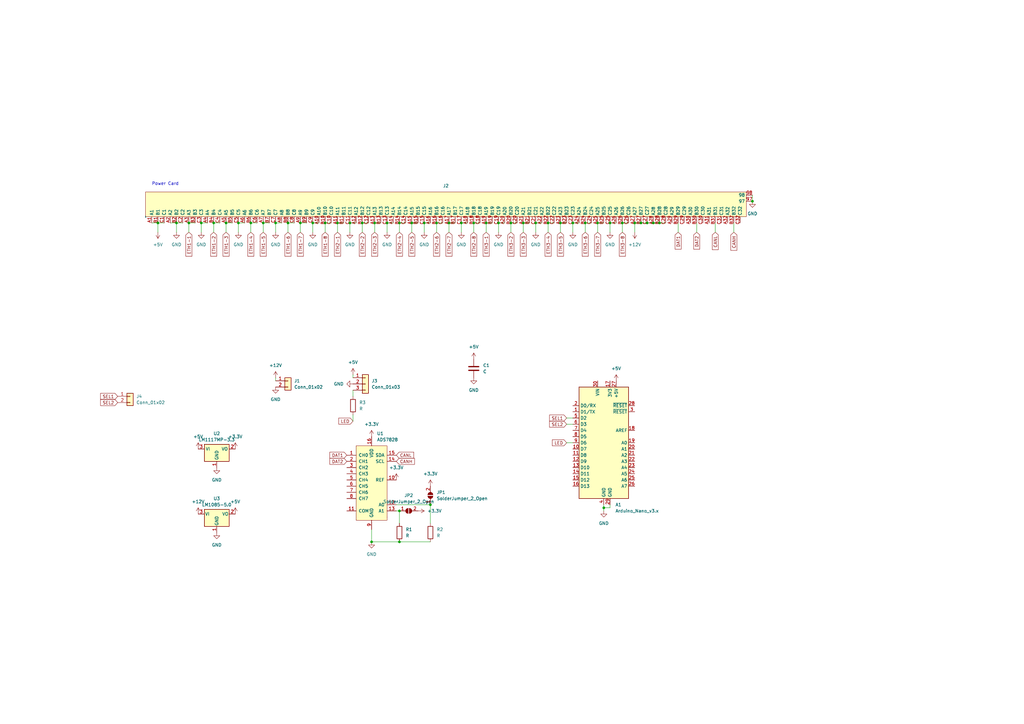
<source format=kicad_sch>
(kicad_sch (version 20230121) (generator eeschema)
  (paper "A3")
  (title_block (title "Thruster Control Card") (company "Robatics @ Maryland") (comment 1 "Andrew Schaefer"))
  (lib_symbols
    (symbol "650470_1"
      (property "Reference" "J1" (at 12.7 -123.19 90))
      (property "Value" "~" (at 0 0 0))
      (symbol "650470_1_1_1"
        (rectangle (start 0 0) (end 10.16 -246.38) (fill (type background)))
        (pin passive line (at 6.35 -248.92 90) (length 2.54) (name "97") (number "97"))
        (pin passive line (at 8.89 -248.92 90) (length 2.54) (name "98") (number "98"))
        (pin passive line (at -2.54 -2.54 0) (length 2.54) (name "A1") (number "A1"))
        (pin passive line (at -2.54 -71.12 0) (length 2.54) (name "A10") (number "A10"))
        (pin passive line (at -2.54 -78.74 0) (length 2.54) (name "A11") (number "A11"))
        (pin passive line (at -2.54 -86.36 0) (length 2.54) (name "A12") (number "A12"))
        (pin passive line (at -2.54 -93.98 0) (length 2.54) (name "A13") (number "A13"))
        (pin passive line (at -2.54 -101.6 0) (length 2.54) (name "A14") (number "A14"))
        (pin passive line (at -2.54 -109.22 0) (length 2.54) (name "A15") (number "A15"))
        (pin passive line (at -2.54 -116.84 0) (length 2.54) (name "A16") (number "A16"))
        (pin passive line (at -2.54 -124.46 0) (length 2.54) (name "A17") (number "A17"))
        (pin passive line (at -2.54 -132.08 0) (length 2.54) (name "A18") (number "A18"))
        (pin passive line (at -2.54 -139.7 0) (length 2.54) (name "A19") (number "A19"))
        (pin passive line (at -2.54 -10.16 0) (length 2.54) (name "A2") (number "A2"))
        (pin passive line (at -2.54 -147.32 0) (length 2.54) (name "A20") (number "A20"))
        (pin passive line (at -2.54 -154.94 0) (length 2.54) (name "A21") (number "A21"))
        (pin passive line (at -2.54 -162.56 0) (length 2.54) (name "A22") (number "A22"))
        (pin passive line (at -2.54 -170.18 0) (length 2.54) (name "A23") (number "A23"))
        (pin passive line (at -2.54 -177.8 0) (length 2.54) (name "A24") (number "A24"))
        (pin passive line (at -2.54 -185.42 0) (length 2.54) (name "A25") (number "A25"))
        (pin passive line (at -2.54 -193.04 0) (length 2.54) (name "A26") (number "A26"))
        (pin passive line (at -2.54 -200.66 0) (length 2.54) (name "A27") (number "A27"))
        (pin passive line (at -2.54 -208.28 0) (length 2.54) (name "A28") (number "A28"))
        (pin passive line (at -2.54 -215.9 0) (length 2.54) (name "A29") (number "A29"))
        (pin passive line (at -2.54 -17.78 0) (length 2.54) (name "A3") (number "A3"))
        (pin passive line (at -2.54 -223.52 0) (length 2.54) (name "A30") (number "A30"))
        (pin passive line (at -2.54 -231.14 0) (length 2.54) (name "A31") (number "A31"))
        (pin passive line (at -2.54 -238.76 0) (length 2.54) (name "A32") (number "A32"))
        (pin passive line (at -2.54 -25.4 0) (length 2.54) (name "A4") (number "A4"))
        (pin passive line (at -2.54 -33.02 0) (length 2.54) (name "A5") (number "A5"))
        (pin passive line (at -2.54 -40.64 0) (length 2.54) (name "A6") (number "A6"))
        (pin passive line (at -2.54 -48.26 0) (length 2.54) (name "A7") (number "A7"))
        (pin passive line (at -2.54 -55.88 0) (length 2.54) (name "A8") (number "A8"))
        (pin passive line (at -2.54 -63.5 0) (length 2.54) (name "A9") (number "A9"))
        (pin passive line (at -2.54 -5.08 0) (length 2.54) (name "B1") (number "B1"))
        (pin passive line (at -2.54 -73.66 0) (length 2.54) (name "B10") (number "B10"))
        (pin passive line (at -2.54 -81.28 0) (length 2.54) (name "B11") (number "B11"))
        (pin passive line (at -2.54 -88.9 0) (length 2.54) (name "B12") (number "B12"))
        (pin passive line (at -2.54 -96.52 0) (length 2.54) (name "B13") (number "B13"))
        (pin passive line (at -2.54 -104.14 0) (length 2.54) (name "B14") (number "B14"))
        (pin passive line (at -2.54 -111.76 0) (length 2.54) (name "B15") (number "B15"))
        (pin passive line (at -2.54 -119.38 0) (length 2.54) (name "B16") (number "B16"))
        (pin passive line (at -2.54 -127 0) (length 2.54) (name "B17") (number "B17"))
        (pin passive line (at -2.54 -134.62 0) (length 2.54) (name "B18") (number "B18"))
        (pin passive line (at -2.54 -142.24 0) (length 2.54) (name "B19") (number "B19"))
        (pin passive line (at -2.54 -12.7 0) (length 2.54) (name "B2") (number "B2"))
        (pin passive line (at -2.54 -149.86 0) (length 2.54) (name "B20") (number "B20"))
        (pin passive line (at -2.54 -157.48 0) (length 2.54) (name "B21") (number "B21"))
        (pin passive line (at -2.54 -165.1 0) (length 2.54) (name "B22") (number "B22"))
        (pin passive line (at -2.54 -172.72 0) (length 2.54) (name "B23") (number "B23"))
        (pin passive line (at -2.54 -180.34 0) (length 2.54) (name "B24") (number "B24"))
        (pin passive line (at -2.54 -187.96 0) (length 2.54) (name "B25") (number "B25"))
        (pin passive line (at -2.54 -195.58 0) (length 2.54) (name "B26") (number "B26"))
        (pin passive line (at -2.54 -203.2 0) (length 2.54) (name "B27") (number "B27"))
        (pin passive line (at -2.54 -210.82 0) (length 2.54) (name "B28") (number "B28"))
        (pin passive line (at -2.54 -218.44 0) (length 2.54) (name "B29") (number "B29"))
        (pin passive line (at -2.54 -20.32 0) (length 2.54) (name "B3") (number "B3"))
        (pin passive line (at -2.54 -226.06 0) (length 2.54) (name "B30") (number "B30"))
        (pin passive line (at -2.54 -233.68 0) (length 2.54) (name "B31") (number "B31"))
        (pin passive line (at -2.54 -241.3 0) (length 2.54) (name "B32") (number "B32"))
        (pin passive line (at -2.54 -27.94 0) (length 2.54) (name "B4") (number "B4"))
        (pin passive line (at -2.54 -35.56 0) (length 2.54) (name "B5") (number "B5"))
        (pin passive line (at -2.54 -43.18 0) (length 2.54) (name "B6") (number "B6"))
        (pin passive line (at -2.54 -50.8 0) (length 2.54) (name "B7") (number "B7"))
        (pin passive line (at -2.54 -58.42 0) (length 2.54) (name "B8") (number "B8"))
        (pin passive line (at -2.54 -66.04 0) (length 2.54) (name "B9") (number "B9"))
        (pin passive line (at -2.54 -7.62 0) (length 2.54) (name "C1") (number "C1"))
        (pin passive line (at -2.54 -76.2 0) (length 2.54) (name "C10") (number "C10"))
        (pin passive line (at -2.54 -83.82 0) (length 2.54) (name "C11") (number "C11"))
        (pin passive line (at -2.54 -91.44 0) (length 2.54) (name "C12") (number "C12"))
        (pin passive line (at -2.54 -99.06 0) (length 2.54) (name "C13") (number "C13"))
        (pin passive line (at -2.54 -106.68 0) (length 2.54) (name "C14") (number "C14"))
        (pin passive line (at -2.54 -114.3 0) (length 2.54) (name "C15") (number "C15"))
        (pin passive line (at -2.54 -121.92 0) (length 2.54) (name "C16") (number "C16"))
        (pin passive line (at -2.54 -129.54 0) (length 2.54) (name "C17") (number "C17"))
        (pin passive line (at -2.54 -137.16 0) (length 2.54) (name "C18") (number "C18"))
        (pin passive line (at -2.54 -144.78 0) (length 2.54) (name "C19") (number "C19"))
        (pin passive line (at -2.54 -15.24 0) (length 2.54) (name "C2") (number "C2"))
        (pin passive line (at -2.54 -152.4 0) (length 2.54) (name "C20") (number "C20"))
        (pin passive line (at -2.54 -160.02 0) (length 2.54) (name "C21") (number "C21"))
        (pin passive line (at -2.54 -167.64 0) (length 2.54) (name "C22") (number "C22"))
        (pin passive line (at -2.54 -175.26 0) (length 2.54) (name "C23") (number "C23"))
        (pin passive line (at -2.54 -182.88 0) (length 2.54) (name "C24") (number "C24"))
        (pin passive line (at -2.54 -190.5 0) (length 2.54) (name "C25") (number "C25"))
        (pin passive line (at -2.54 -198.12 0) (length 2.54) (name "C26") (number "C26"))
        (pin passive line (at -2.54 -205.74 0) (length 2.54) (name "C27") (number "C27"))
        (pin passive line (at -2.54 -213.36 0) (length 2.54) (name "C28") (number "C28"))
        (pin passive line (at -2.54 -220.98 0) (length 2.54) (name "C29") (number "C29"))
        (pin passive line (at -2.54 -22.86 0) (length 2.54) (name "C3") (number "C3"))
        (pin passive line (at -2.54 -228.6 0) (length 2.54) (name "C30") (number "C30"))
        (pin passive line (at -2.54 -236.22 0) (length 2.54) (name "C31") (number "C31"))
        (pin passive line (at -2.54 -243.84 0) (length 2.54) (name "C32") (number "C32"))
        (pin passive line (at -2.54 -30.48 0) (length 2.54) (name "C4") (number "C4"))
        (pin passive line (at -2.54 -38.1 0) (length 2.54) (name "C5") (number "C5"))
        (pin passive line (at -2.54 -45.72 0) (length 2.54) (name "C6") (number "C6"))
        (pin passive line (at -2.54 -53.34 0) (length 2.54) (name "C7") (number "C7"))
        (pin passive line (at -2.54 -60.96 0) (length 2.54) (name "C8") (number "C8"))
        (pin passive line (at -2.54 -68.58 0) (length 2.54) (name "C9") (number "C9"))
      )
    )
    (symbol "Analog_ADC:ADS7828" (pin_names (offset 1.016))
      (property "Reference" "U" (at -5.08 15.24 0))
      (property "Value" "ADS7828" (at 5.08 15.24 0))
      (symbol "ADS7828_0_1"
        (rectangle (start -6.35 13.97) (end 6.35 -16.51) (fill (type background)))
        (rectangle (start 6.35 -15.24) (end 6.35 -15.24))
      )
      (symbol "ADS7828_1_1"
        (pin input line (at -10.16 10.16 0) (length 3.81) (name "CH0") (number "1"))
        (pin bidirectional line (at 10.16 0 180) (length 3.81) (name "REF") (number "10"))
        (pin input line (at -10.16 -12.7 0) (length 3.81) (name "COM") (number "11"))
        (pin input line (at 10.16 -10.16 180) (length 3.81) (name "A0") (number "12"))
        (pin input line (at 10.16 -12.7 180) (length 3.81) (name "A1") (number "13"))
        (pin input line (at 10.16 7.62 180) (length 3.81) (name "SCL") (number "14"))
        (pin bidirectional line (at 10.16 10.16 180) (length 3.81) (name "SDA") (number "15"))
        (pin power_in line (at 0 17.78 270) (length 3.81) (name "VDD") (number "16"))
        (pin input line (at -10.16 7.62 0) (length 3.81) (name "CH1") (number "2"))
        (pin input line (at -10.16 5.08 0) (length 3.81) (name "CH2") (number "3"))
        (pin input line (at -10.16 2.54 0) (length 3.81) (name "CH3") (number "4"))
        (pin input line (at -10.16 0 0) (length 3.81) (name "CH4") (number "5"))
        (pin input line (at -10.16 -2.54 0) (length 3.81) (name "CH5") (number "6"))
        (pin input line (at -10.16 -5.08 0) (length 3.81) (name "CH6") (number "7"))
        (pin input line (at -10.16 -7.62 0) (length 3.81) (name "CH7") (number "8"))
        (pin power_in line (at 0 -20.32 90) (length 3.81) (name "GND") (number "9"))
      )
    )
    (symbol "Connector_Generic:Conn_01x02" (pin_names (offset 1.016) hide)
      (property "Reference" "J" (at 0 2.54 0))
      (property "Value" "Conn_01x02" (at 0 -5.08 0))
      (symbol "Conn_01x02_1_1"
        (rectangle (start -1.27 -2.413) (end 0 -2.667) (stroke (width 0.1524)))
        (rectangle (start -1.27 0.127) (end 0 -0.127) (stroke (width 0.1524)))
        (rectangle (start -1.27 1.27) (end 1.27 -3.81) (stroke (width 0.254)) (fill (type background)))
        (pin passive line (at -5.08 0 0) (length 3.81) (name "Pin_1") (number "1"))
        (pin passive line (at -5.08 -2.54 0) (length 3.81) (name "Pin_2") (number "2"))
      )
    )
    (symbol "Connector_Generic:Conn_01x03" (pin_names (offset 1.016) hide)
      (property "Reference" "J" (at 0 5.08 0))
      (property "Value" "Conn_01x03" (at 0 -5.08 0))
      (symbol "Conn_01x03_1_1"
        (rectangle (start -1.27 -2.413) (end 0 -2.667) (stroke (width 0.1524)))
        (rectangle (start -1.27 0.127) (end 0 -0.127) (stroke (width 0.1524)))
        (rectangle (start -1.27 2.667) (end 0 2.413) (stroke (width 0.1524)))
        (rectangle (start -1.27 3.81) (end 1.27 -3.81) (stroke (width 0.254)) (fill (type background)))
        (pin passive line (at -5.08 2.54 0) (length 3.81) (name "Pin_1") (number "1"))
        (pin passive line (at -5.08 0 0) (length 3.81) (name "Pin_2") (number "2"))
        (pin passive line (at -5.08 -2.54 0) (length 3.81) (name "Pin_3") (number "3"))
      )
    )
    (symbol "Device:C" (pin_numbers hide) (pin_names (offset 0.254))
      (property "Reference" "C" (at 0.635 2.54 0))
      (property "Value" "C" (at 0.635 -2.54 0))
      (symbol "C_0_1"
        (polyline (pts (xy -2.032 -0.762) (xy 2.032 -0.762)) (stroke (width 0.508)))
        (polyline (pts (xy -2.032 0.762) (xy 2.032 0.762)) (stroke (width 0.508)))
      )
      (symbol "C_1_1"
        (pin passive line (at 0 3.81 270) (length 2.794) (name "~") (number "1"))
        (pin passive line (at 0 -3.81 90) (length 2.794) (name "~") (number "2"))
      )
    )
    (symbol "Device:R" (pin_numbers hide) (pin_names (offset 0))
      (property "Reference" "R" (at 2.032 0 90))
      (property "Value" "R" (at 0 0 90))
      (symbol "R_0_1"
        (rectangle (start -1.016 -2.54) (end 1.016 2.54) (stroke (width 0.254)))
      )
      (symbol "R_1_1"
        (pin passive line (at 0 3.81 270) (length 1.27) (name "~") (number "1"))
        (pin passive line (at 0 -3.81 90) (length 1.27) (name "~") (number "2"))
      )
    )
    (symbol "Jumper:SolderJumper_2_Open" (pin_names (offset 0) hide)
      (property "Reference" "JP" (at 0 2.032 0))
      (property "Value" "SolderJumper_2_Open" (at 0 -2.54 0))
      (symbol "SolderJumper_2_Open_0_1"
        (arc (start -0.254 1.016) (mid -1.2656 0) (end -0.254 -1.016))
        (arc (start -0.254 1.016) (mid -1.2656 0) (end -0.254 -1.016) (fill (type outline)))
        (polyline (pts (xy -0.254 1.016) (xy -0.254 -1.016)))
        (polyline (pts (xy 0.254 1.016) (xy 0.254 -1.016)))
        (arc (start 0.254 -1.016) (mid 1.2656 0) (end 0.254 1.016))
        (arc (start 0.254 -1.016) (mid 1.2656 0) (end 0.254 1.016) (fill (type outline)))
      )
      (symbol "SolderJumper_2_Open_1_1"
        (pin passive line (at -3.81 0 0) (length 2.54) (name "A") (number "1"))
        (pin passive line (at 3.81 0 180) (length 2.54) (name "B") (number "2"))
      )
    )
    (symbol "MCU_Module:Arduino_Nano_v3.x"
      (property "Reference" "A" (at -10.16 23.495 0))
      (property "Value" "Arduino_Nano_v3.x" (at 5.08 -24.13 0))
      (symbol "Arduino_Nano_v3.x_0_1"
        (rectangle (start -10.16 22.86) (end 10.16 -22.86) (stroke (width 0.254)) (fill (type background)))
      )
      (symbol "Arduino_Nano_v3.x_1_1"
        (pin bidirectional line (at -12.7 12.7 0) (length 2.54) (name "D1/TX") (number "1"))
        (pin bidirectional line (at -12.7 -2.54 0) (length 2.54) (name "D7") (number "10"))
        (pin bidirectional line (at -12.7 -5.08 0) (length 2.54) (name "D8") (number "11"))
        (pin bidirectional line (at -12.7 -7.62 0) (length 2.54) (name "D9") (number "12"))
        (pin bidirectional line (at -12.7 -10.16 0) (length 2.54) (name "D10") (number "13"))
        (pin bidirectional line (at -12.7 -12.7 0) (length 2.54) (name "D11") (number "14"))
        (pin bidirectional line (at -12.7 -15.24 0) (length 2.54) (name "D12") (number "15"))
        (pin bidirectional line (at -12.7 -17.78 0) (length 2.54) (name "D13") (number "16"))
        (pin power_out line (at 2.54 25.4 270) (length 2.54) (name "3V3") (number "17"))
        (pin input line (at 12.7 5.08 180) (length 2.54) (name "AREF") (number "18"))
        (pin bidirectional line (at 12.7 0 180) (length 2.54) (name "A0") (number "19"))
        (pin bidirectional line (at -12.7 15.24 0) (length 2.54) (name "D0/RX") (number "2"))
        (pin bidirectional line (at 12.7 -2.54 180) (length 2.54) (name "A1") (number "20"))
        (pin bidirectional line (at 12.7 -5.08 180) (length 2.54) (name "A2") (number "21"))
        (pin bidirectional line (at 12.7 -7.62 180) (length 2.54) (name "A3") (number "22"))
        (pin bidirectional line (at 12.7 -10.16 180) (length 2.54) (name "A4") (number "23"))
        (pin bidirectional line (at 12.7 -12.7 180) (length 2.54) (name "A5") (number "24"))
        (pin bidirectional line (at 12.7 -15.24 180) (length 2.54) (name "A6") (number "25"))
        (pin bidirectional line (at 12.7 -17.78 180) (length 2.54) (name "A7") (number "26"))
        (pin power_out line (at 5.08 25.4 270) (length 2.54) (name "+5V") (number "27"))
        (pin input line (at 12.7 15.24 180) (length 2.54) (name "~{RESET}") (number "28"))
        (pin power_in line (at 2.54 -25.4 90) (length 2.54) (name "GND") (number "29"))
        (pin input line (at 12.7 12.7 180) (length 2.54) (name "~{RESET}") (number "3"))
        (pin power_in line (at -2.54 25.4 270) (length 2.54) (name "VIN") (number "30"))
        (pin power_in line (at 0 -25.4 90) (length 2.54) (name "GND") (number "4"))
        (pin bidirectional line (at -12.7 10.16 0) (length 2.54) (name "D2") (number "5"))
        (pin bidirectional line (at -12.7 7.62 0) (length 2.54) (name "D3") (number "6"))
        (pin bidirectional line (at -12.7 5.08 0) (length 2.54) (name "D4") (number "7"))
        (pin bidirectional line (at -12.7 2.54 0) (length 2.54) (name "D5") (number "8"))
        (pin bidirectional line (at -12.7 0 0) (length 2.54) (name "D6") (number "9"))
      )
    )
    (symbol "Regulator_Linear:LM1085-5.0" (pin_names (offset 0.254))
      (property "Reference" "U" (at -3.81 3.175 0))
      (property "Value" "LM1085-5.0" (at 0 3.175 0))
      (symbol "LM1085-5.0_0_1"
        (rectangle (start -5.08 1.905) (end 5.08 -5.08) (stroke (width 0.254)) (fill (type background)))
      )
      (symbol "LM1085-5.0_1_1"
        (pin power_in line (at 0 -7.62 90) (length 2.54) (name "GND") (number "1"))
        (pin power_out line (at 7.62 0 180) (length 2.54) (name "VO") (number "2"))
        (pin power_in line (at -7.62 0 0) (length 2.54) (name "VI") (number "3"))
      )
    )
    (symbol "Regulator_Linear:LM1117MP-3.3"
      (property "Reference" "U" (at -3.81 3.175 0))
      (property "Value" "LM1117MP-3.3" (at 0 3.175 0))
      (symbol "LM1117MP-3.3_0_1"
        (rectangle (start -5.08 -5.08) (end 5.08 1.905) (stroke (width 0.254)) (fill (type background)))
      )
      (symbol "LM1117MP-3.3_1_1"
        (pin power_in line (at 0 -7.62 90) (length 2.54) (name "GND") (number "1"))
        (pin power_out line (at 7.62 0 180) (length 2.54) (name "VO") (number "2"))
        (pin power_in line (at -7.62 0 0) (length 2.54) (name "VI") (number "3"))
      )
    )
    (symbol "power:+12V" (power) (pin_names (offset 0))
      (property "Value" "+12V" (at 0 3.556 0))
      (symbol "+12V_0_1"
        (polyline (pts (xy -0.762 1.27) (xy 0 2.54)))
        (polyline (pts (xy 0 0) (xy 0 2.54)))
        (polyline (pts (xy 0 2.54) (xy 0.762 1.27)))
      )
      (symbol "+12V_1_1"
        (pin power_in line (at 0 0 90) (length 0) hide (name "+12V") (number "1"))
      )
    )
    (symbol "power:+3.3V" (power) (pin_names (offset 0))
      (property "Value" "+3.3V" (at 0 3.556 0))
      (symbol "+3.3V_0_1"
        (polyline (pts (xy -0.762 1.27) (xy 0 2.54)))
        (polyline (pts (xy 0 0) (xy 0 2.54)))
        (polyline (pts (xy 0 2.54) (xy 0.762 1.27)))
      )
      (symbol "+3.3V_1_1"
        (pin power_in line (at 0 0 90) (length 0) hide (name "+3.3V") (number "1"))
      )
    )
    (symbol "power:+5V" (power) (pin_names (offset 0))
      (property "Value" "+5V" (at 0 3.556 0))
      (symbol "+5V_0_1"
        (polyline (pts (xy -0.762 1.27) (xy 0 2.54)))
        (polyline (pts (xy 0 0) (xy 0 2.54)))
        (polyline (pts (xy 0 2.54) (xy 0.762 1.27)))
      )
      (symbol "+5V_1_1"
        (pin power_in line (at 0 0 90) (length 0) hide (name "+5V") (number "1"))
      )
    )
    (symbol "power:GND" (power) (pin_names (offset 0))
      (property "Value" "GND" (at 0 -3.81 0))
      (symbol "GND_0_1"
        (polyline (pts (xy 0 0) (xy 0 -1.27) (xy 1.27 -1.27) (xy 0 -2.54) (xy -1.27 -1.27) (xy 0 -1.27)))
      )
      (symbol "GND_1_1"
        (pin power_in line (at 0 0 270) (length 0) hide (name "GND") (number "1"))
      )
    )
  )
  (junction (at 189.23 91.44))
  (junction (at 184.15 91.44))
  (junction (at 148.59 91.44))
  (junction (at 107.95 91.44))
  (junction (at 199.39 91.44))
  (junction (at 168.91 91.44))
  (junction (at 123.19 91.44))
  (junction (at 204.47 91.44))
  (junction (at 152.4 222.25))
  (junction (at 97.79 91.44))
  (junction (at 209.55 91.44))
  (junction (at 133.35 91.44))
  (junction (at 240.03 91.44))
  (junction (at 250.19 91.44))
  (junction (at 234.95 91.44))
  (junction (at 77.47 91.44))
  (junction (at 179.07 91.44))
  (junction (at 219.71 91.44))
  (junction (at 64.77 91.44))
  (junction (at 260.35 91.44))
  (junction (at 118.11 91.44))
  (junction (at 82.55 91.44))
  (junction (at 158.75 91.44))
  (junction (at 102.87 91.44))
  (junction (at 72.39 91.44))
  (junction (at 163.83 222.25))
  (junction (at 163.83 209.55))
  (junction (at 214.63 91.44))
  (junction (at 270.51 91.44))
  (junction (at 262.89 91.44))
  (junction (at 229.87 91.44))
  (junction (at 194.31 91.44))
  (junction (at 265.43 91.44))
  (junction (at 128.27 91.44))
  (junction (at 267.97 91.44))
  (junction (at 247.65 208.28))
  (junction (at 87.63 91.44))
  (junction (at 255.27 91.44))
  (junction (at 224.79 91.44))
  (junction (at 153.67 91.44))
  (junction (at 163.83 91.44))
  (junction (at 176.53 207.01))
  (junction (at 113.03 91.44))
  (junction (at 138.43 91.44))
  (junction (at 245.11 91.44))
  (junction (at 308.61 82.55))
  (junction (at 92.71 91.44))
  (junction (at 173.99 91.44))
  (junction (at 143.51 91.44))
  (wire (pts (xy 128.27 91.44) (xy 130.81 91.44)))
  (wire (pts (xy 77.47 91.44) (xy 80.01 91.44)))
  (wire (pts (xy 204.47 91.44) (xy 204.47 95.25)))
  (wire (pts (xy 152.4 217.17) (xy 152.4 222.25)))
  (wire (pts (xy 87.63 91.44) (xy 87.63 95.25)))
  (wire (pts (xy 82.55 91.44) (xy 85.09 91.44)))
  (wire (pts (xy 62.23 91.44) (xy 64.77 91.44)))
  (wire (pts (xy 176.53 207.01) (xy 176.53 214.63)))
  (wire (pts (xy 148.59 91.44) (xy 148.59 95.25)))
  (wire (pts (xy 128.27 91.44) (xy 128.27 95.25)))
  (wire (pts (xy 293.37 91.44) (xy 293.37 95.25)))
  (wire (pts (xy 97.79 91.44) (xy 97.79 95.25)))
  (wire (pts (xy 97.79 91.44) (xy 100.33 91.44)))
  (wire (pts (xy 107.95 91.44) (xy 110.49 91.44)))
  (wire (pts (xy 143.51 91.44) (xy 143.51 95.25)))
  (wire (pts (xy 148.59 91.44) (xy 151.13 91.44)))
  (wire (pts (xy 118.11 91.44) (xy 118.11 95.25)))
  (wire (pts (xy 87.63 91.44) (xy 90.17 91.44)))
  (wire (pts (xy 255.27 91.44) (xy 257.81 91.44)))
  (wire (pts (xy 245.11 91.44) (xy 247.65 91.44)))
  (wire (pts (xy 163.83 209.55) (xy 163.83 214.63)))
  (wire (pts (xy 107.95 91.44) (xy 107.95 95.25)))
  (wire (pts (xy 113.03 91.44) (xy 115.57 91.44)))
  (wire (pts (xy 209.55 91.44) (xy 212.09 91.44)))
  (wire (pts (xy 163.83 91.44) (xy 163.83 95.25)))
  (wire (pts (xy 102.87 91.44) (xy 105.41 91.44)))
  (wire (pts (xy 144.78 153.67) (xy 144.78 154.94)))
  (wire (pts (xy 260.35 91.44) (xy 262.89 91.44)))
  (wire (pts (xy 179.07 91.44) (xy 181.61 91.44)))
  (wire (pts (xy 133.35 91.44) (xy 133.35 95.25)))
  (wire (pts (xy 189.23 91.44) (xy 191.77 91.44)))
  (wire (pts (xy 102.87 91.44) (xy 102.87 95.25)))
  (wire (pts (xy 123.19 91.44) (xy 125.73 91.44)))
  (wire (pts (xy 229.87 91.44) (xy 232.41 91.44)))
  (wire (pts (xy 72.39 91.44) (xy 74.93 91.44)))
  (wire (pts (xy 250.19 91.44) (xy 250.19 95.25)))
  (wire (pts (xy 92.71 91.44) (xy 95.25 91.44)))
  (wire (pts (xy 240.03 91.44) (xy 242.57 91.44)))
  (wire (pts (xy 232.41 171.45) (xy 234.95 171.45)))
  (wire (pts (xy 308.61 80.01) (xy 308.61 82.55)))
  (wire (pts (xy 232.41 181.61) (xy 234.95 181.61)))
  (wire (pts (xy 144.78 170.18) (xy 144.78 172.72)))
  (wire (pts (xy 64.77 91.44) (xy 67.31 91.44)))
  (wire (pts (xy 267.97 91.44) (xy 270.51 91.44)))
  (wire (pts (xy 214.63 91.44) (xy 217.17 91.44)))
  (wire (pts (xy 300.99 91.44) (xy 300.99 95.25)))
  (wire (pts (xy 144.78 160.02) (xy 144.78 162.56)))
  (wire (pts (xy 234.95 91.44) (xy 237.49 91.44)))
  (wire (pts (xy 214.63 91.44) (xy 214.63 95.25)))
  (wire (pts (xy 133.35 91.44) (xy 135.89 91.44)))
  (wire (pts (xy 138.43 91.44) (xy 138.43 95.25)))
  (wire (pts (xy 173.99 91.44) (xy 173.99 95.25)))
  (wire (pts (xy 194.31 91.44) (xy 196.85 91.44)))
  (wire (pts (xy 229.87 91.44) (xy 229.87 95.25)))
  (wire (pts (xy 162.56 207.01) (xy 176.53 207.01)))
  (wire (pts (xy 152.4 222.25) (xy 163.83 222.25)))
  (wire (pts (xy 265.43 91.44) (xy 267.97 91.44)))
  (wire (pts (xy 232.41 173.99) (xy 234.95 173.99)))
  (wire (pts (xy 179.07 91.44) (xy 179.07 95.25)))
  (wire (pts (xy 113.03 91.44) (xy 113.03 95.25)))
  (wire (pts (xy 245.11 91.44) (xy 245.11 95.25)))
  (wire (pts (xy 247.65 207.01) (xy 247.65 208.28)))
  (wire (pts (xy 168.91 91.44) (xy 168.91 95.25)))
  (wire (pts (xy 69.85 91.44) (xy 72.39 91.44)))
  (wire (pts (xy 285.75 91.44) (xy 285.75 95.25)))
  (wire (pts (xy 199.39 91.44) (xy 201.93 91.44)))
  (wire (pts (xy 64.77 91.44) (xy 64.77 95.25)))
  (wire (pts (xy 118.11 91.44) (xy 120.65 91.44)))
  (wire (pts (xy 262.89 91.44) (xy 265.43 91.44)))
  (wire (pts (xy 270.51 91.44) (xy 273.05 91.44)))
  (wire (pts (xy 82.55 91.44) (xy 82.55 95.25)))
  (wire (pts (xy 113.03 154.94) (xy 113.03 156.21)))
  (wire (pts (xy 153.67 91.44) (xy 153.67 95.25)))
  (wire (pts (xy 250.19 91.44) (xy 252.73 91.44)))
  (wire (pts (xy 224.79 91.44) (xy 224.79 95.25)))
  (wire (pts (xy 247.65 208.28) (xy 247.65 209.55)))
  (wire (pts (xy 184.15 91.44) (xy 184.15 95.25)))
  (wire (pts (xy 173.99 91.44) (xy 176.53 91.44)))
  (wire (pts (xy 153.67 91.44) (xy 156.21 91.44)))
  (wire (pts (xy 260.35 91.44) (xy 260.35 95.25)))
  (wire (pts (xy 163.83 91.44) (xy 166.37 91.44)))
  (wire (pts (xy 255.27 91.44) (xy 255.27 95.25)))
  (wire (pts (xy 199.39 91.44) (xy 199.39 95.25)))
  (wire (pts (xy 168.91 91.44) (xy 171.45 91.44)))
  (wire (pts (xy 278.13 91.44) (xy 278.13 95.25)))
  (wire (pts (xy 219.71 91.44) (xy 219.71 95.25)))
  (wire (pts (xy 194.31 91.44) (xy 194.31 95.25)))
  (wire (pts (xy 123.19 91.44) (xy 123.19 95.25)))
  (wire (pts (xy 209.55 91.44) (xy 209.55 95.25)))
  (wire (pts (xy 250.19 207.01) (xy 250.19 208.28)))
  (wire (pts (xy 77.47 91.44) (xy 77.47 95.25)))
  (wire (pts (xy 250.19 208.28) (xy 247.65 208.28)))
  (wire (pts (xy 240.03 91.44) (xy 240.03 95.25)))
  (wire (pts (xy 189.23 91.44) (xy 189.23 95.25)))
  (wire (pts (xy 72.39 91.44) (xy 72.39 95.25)))
  (wire (pts (xy 204.47 91.44) (xy 207.01 91.44)))
  (wire (pts (xy 143.51 91.44) (xy 146.05 91.44)))
  (wire (pts (xy 138.43 91.44) (xy 140.97 91.44)))
  (wire (pts (xy 158.75 91.44) (xy 158.75 95.25)))
  (wire (pts (xy 224.79 91.44) (xy 227.33 91.44)))
  (wire (pts (xy 184.15 91.44) (xy 186.69 91.44)))
  (wire (pts (xy 158.75 91.44) (xy 161.29 91.44)))
  (wire (pts (xy 163.83 222.25) (xy 176.53 222.25)))
  (wire (pts (xy 219.71 91.44) (xy 222.25 91.44)))
  (wire (pts (xy 234.95 91.44) (xy 234.95 95.25)))
  (wire (pts (xy 162.56 209.55) (xy 163.83 209.55)))
  (wire (pts (xy 92.71 91.44) (xy 92.71 95.25)))
  (text "Power Card" (at 62.23 76.2 0) (effects (font (size 1.27 1.27)) (justify left bottom)))
  (global_label "ETH2-3" (shape input) (at 153.67 95.25 270) (property "Intersheetrefs" "${INTERSHEET_REFS}" (effects hide)))
  (global_label "ETH1-2" (shape input) (at 87.63 95.25 270) (property "Intersheetrefs" "${INTERSHEET_REFS}" (effects hide)))
  (global_label "CANH" (shape input) (at 162.56 189.23 0) (property "Intersheetrefs" "${INTERSHEET_REFS}" (effects hide)))
  (global_label "SEL2" (shape input) (at 48.26 165.1 180) (property "Intersheetrefs" "${INTERSHEET_REFS}" (effects hide)))
  (global_label "ETH1-3" (shape input) (at 92.71 95.25 270) (property "Intersheetrefs" "${INTERSHEET_REFS}" (effects hide)))
  (global_label "ETH3-1" (shape input) (at 199.39 95.25 270) (property "Intersheetrefs" "${INTERSHEET_REFS}" (effects hide)))
  (global_label "DAT2" (shape input) (at 142.24 189.23 180) (property "Intersheetrefs" "${INTERSHEET_REFS}" (effects hide)))
  (global_label "ETH1-8" (shape input) (at 133.35 95.25 270) (property "Intersheetrefs" "${INTERSHEET_REFS}" (effects hide)))
  (global_label "ETH2-8" (shape input) (at 194.31 95.25 270) (property "Intersheetrefs" "${INTERSHEET_REFS}" (effects hide)))
  (global_label "ETH3-6" (shape input) (at 240.03 95.25 270) (property "Intersheetrefs" "${INTERSHEET_REFS}" (effects hide)))
  (global_label "ETH2-2" (shape input) (at 148.59 95.25 270) (property "Intersheetrefs" "${INTERSHEET_REFS}" (effects hide)))
  (global_label "ETH2-6" (shape input) (at 179.07 95.25 270) (property "Intersheetrefs" "${INTERSHEET_REFS}" (effects hide)))
  (global_label "ETH1-1" (shape input) (at 77.47 95.25 270) (property "Intersheetrefs" "${INTERSHEET_REFS}" (effects hide)))
  (global_label "ETH3-2" (shape input) (at 209.55 95.25 270) (property "Intersheetrefs" "${INTERSHEET_REFS}" (effects hide)))
  (global_label "ETH2-5" (shape input) (at 168.91 95.25 270) (property "Intersheetrefs" "${INTERSHEET_REFS}" (effects hide)))
  (global_label "ETH2-7" (shape input) (at 184.15 95.25 270) (property "Intersheetrefs" "${INTERSHEET_REFS}" (effects hide)))
  (global_label "ETH3-8" (shape input) (at 255.27 95.25 270) (property "Intersheetrefs" "${INTERSHEET_REFS}" (effects hide)))
  (global_label "CANH" (shape input) (at 300.99 95.25 270) (property "Intersheetrefs" "${INTERSHEET_REFS}" (effects hide)))
  (global_label "LED" (shape input) (at 232.41 181.61 180) (property "Intersheetrefs" "${INTERSHEET_REFS}" (effects hide)))
  (global_label "ETH3-4" (shape input) (at 224.79 95.25 270) (property "Intersheetrefs" "${INTERSHEET_REFS}" (effects hide)))
  (global_label "ETH2-1" (shape input) (at 138.43 95.25 270) (property "Intersheetrefs" "${INTERSHEET_REFS}" (effects hide)))
  (global_label "DAT1" (shape input) (at 142.24 186.69 180) (property "Intersheetrefs" "${INTERSHEET_REFS}" (effects hide)))
  (global_label "ETH3-3" (shape input) (at 214.63 95.25 270) (property "Intersheetrefs" "${INTERSHEET_REFS}" (effects hide)))
  (global_label "LED" (shape input) (at 144.78 172.72 180) (property "Intersheetrefs" "${INTERSHEET_REFS}" (effects hide)))
  (global_label "ETH3-5" (shape input) (at 229.87 95.25 270) (property "Intersheetrefs" "${INTERSHEET_REFS}" (effects hide)))
  (global_label "ETH1-4" (shape input) (at 102.87 95.25 270) (property "Intersheetrefs" "${INTERSHEET_REFS}" (effects hide)))
  (global_label "ETH1-6" (shape input) (at 118.11 95.25 270) (property "Intersheetrefs" "${INTERSHEET_REFS}" (effects hide)))
  (global_label "SEL2" (shape input) (at 232.41 173.99 180) (property "Intersheetrefs" "${INTERSHEET_REFS}" (effects hide)))
  (global_label "ETH2-4" (shape input) (at 163.83 95.25 270) (property "Intersheetrefs" "${INTERSHEET_REFS}" (effects hide)))
  (global_label "ETH1-5" (shape input) (at 107.95 95.25 270) (property "Intersheetrefs" "${INTERSHEET_REFS}" (effects hide)))
  (global_label "ETH1-7" (shape input) (at 123.19 95.25 270) (property "Intersheetrefs" "${INTERSHEET_REFS}" (effects hide)))
  (global_label "SEL1" (shape input) (at 48.26 162.56 180) (property "Intersheetrefs" "${INTERSHEET_REFS}" (effects hide)))
  (global_label "DAT2" (shape input) (at 285.75 95.25 270) (property "Intersheetrefs" "${INTERSHEET_REFS}" (effects hide)))
  (global_label "CANL" (shape input) (at 162.56 186.69 0) (property "Intersheetrefs" "${INTERSHEET_REFS}" (effects hide)))
  (global_label "ETH3-7" (shape input) (at 245.11 95.25 270) (property "Intersheetrefs" "${INTERSHEET_REFS}" (effects hide)))
  (global_label "SEL1" (shape input) (at 232.41 171.45 180) (property "Intersheetrefs" "${INTERSHEET_REFS}" (effects hide)))
  (global_label "CANL" (shape input) (at 293.37 95.25 270) (property "Intersheetrefs" "${INTERSHEET_REFS}" (effects hide)))
  (global_label "DAT1" (shape input) (at 278.13 95.25 270) (property "Intersheetrefs" "${INTERSHEET_REFS}" (effects hide)))
  (symbol (lib_id "power:+3.3V") (at 96.52 184.15 0) (unit 1)
    (property "Reference" "#PWR010" (effects hide))
    (property "Value" "+3.3V" (at 96.52 179.07 0))
  )
  (symbol (lib_id "power:GND") (at 88.9 218.44 0) (unit 1)
    (property "Reference" "#PWR024" (effects hide))
    (property "Value" "GND" (at 88.9 223.52 0))
  )
  (symbol (lib_id "power:+12V") (at 81.28 210.82 0) (unit 1)
    (property "Reference" "#PWR023" (effects hide))
    (property "Value" "+12V" (at 81.28 205.74 0))
  )
  (symbol (lib_id "Jumper:SolderJumper_2_Open") (at 167.64 209.55 0) (unit 1)
    (property "Reference" "JP2" (at 167.64 203.2 0))
    (property "Value" "SolderJumper_2_Open" (at 167.64 205.74 0))
    (property "Footprint" "Jumper:SolderJumper-2_P1.3mm_Open_TrianglePad1.0x1.5mm" (effects hide))
  )
  (symbol (lib_id "power:GND") (at 158.75 95.25 0) (unit 1)
    (property "Reference" "#PWR027" (effects hide))
    (property "Value" "GND" (at 158.75 100.33 0))
  )
  (symbol (lib_id "power:GND") (at 250.19 95.25 0) (unit 1)
    (property "Reference" "#PWR033" (effects hide))
    (property "Value" "GND" (at 250.19 100.33 0))
  )
  (symbol (lib_id "power:GND") (at 194.31 154.94 0) (unit 1)
    (property "Reference" "#PWR021" (effects hide))
    (property "Value" "GND" (at 194.31 160.02 0))
  )
  (symbol (lib_id "power:GND") (at 128.27 95.25 0) (unit 1)
    (property "Reference" "#PWR025" (effects hide))
    (property "Value" "GND" (at 128.27 100.33 0))
  )
  (symbol (lib_id "Device:C") (at 194.31 151.13 0) (unit 1)
    (property "Reference" "C1" (at 198.12 149.86 0) (effects (justify left)))
    (property "Value" "C" (at 198.12 152.4 0) (effects (justify left)))
    (property "Footprint" "Capacitor_THT:CP_Radial_D6.3mm_P2.50mm" (effects hide))
  )
  (symbol (lib_id "power:GND") (at 88.9 191.77 0) (unit 1)
    (property "Reference" "#PWR016" (effects hide))
    (property "Value" "GND" (at 88.9 196.85 0))
  )
  (symbol (lib_id "Analog_ADC:ADS7828") (at 152.4 196.85 0) (unit 1)
    (property "Reference" "U1" (at 154.5941 177.8 0) (effects (justify left)))
    (property "Value" "ADS7828" (at 154.5941 180.34 0) (effects (justify left)))
    (property "Footprint" "Package_SO:TSSOP-16_4.4x5mm_P0.65mm" (effects hide))
    (property "Datasheet" "http://www.ti.com/lit/ds/symlink/ads7828.pdf" (effects hide))
  )
  (symbol (lib_id "power:+3.3V") (at 162.56 196.85 0) (unit 1)
    (property "Reference" "#PWR012" (effects hide))
    (property "Value" "+3.3V" (at 162.56 191.77 0))
  )
  (symbol (lib_id "Device:R") (at 144.78 166.37 0) (unit 1)
    (property "Reference" "R3" (at 147.32 165.1 0) (effects (justify left)))
    (property "Value" "R" (at 147.32 167.64 0) (effects (justify left)))
    (property "Footprint" "Resistor_SMD:R_0805_2012Metric_Pad1.20x1.40mm_HandSolder" (effects hide))
  )
  (symbol (lib_id "power:+5V") (at 144.78 153.67 0) (unit 1)
    (property "Reference" "#PWR017" (effects hide))
    (property "Value" "+5V" (at 144.78 148.59 0))
  )
  (symbol (lib_id "power:+3.3V") (at 171.45 209.55 270) (unit 1)
    (property "Reference" "#PWR015" (effects hide))
    (property "Value" "+3.3V" (at 175.26 209.55 90) (effects (justify left)))
  )
  (symbol (lib_id "power:GND") (at 308.61 82.55 0) (unit 1)
    (property "Reference" "#PWR09" (effects hide))
    (property "Value" "GND" (at 308.61 87.63 0))
  )
  (symbol (lib_id "Connector_Generic:Conn_01x02") (at 53.34 162.56 0) (unit 1)
    (property "Reference" "J4" (at 55.88 162.56 0) (effects (justify left)))
    (property "Value" "Conn_01x02" (at 55.88 165.1 0) (effects (justify left)))
    (property "Footprint" "Connector_PinHeader_2.54mm:PinHeader_1x02_P2.54mm_Vertical" (effects hide))
  )
  (symbol (lib_id "Regulator_Linear:LM1117MP-3.3") (at 88.9 184.15 0) (unit 1)
    (property "Reference" "U2" (at 88.9 177.8 0))
    (property "Value" "LM1117MP-3.3" (at 88.9 180.34 0))
    (property "Footprint" "Package_TO_SOT_SMD:SOT-223-3_TabPin2" (effects hide))
    (property "Datasheet" "http://www.ti.com/lit/ds/symlink/lm1117.pdf" (effects hide))
  )
  (symbol (lib_id "power:GND") (at 204.47 95.25 0) (unit 1)
    (property "Reference" "#PWR030" (effects hide))
    (property "Value" "GND" (at 204.47 100.33 0))
  )
  (symbol (lib_id "Device:R") (at 176.53 218.44 0) (unit 1)
    (property "Reference" "R2" (at 179.07 217.17 0) (effects (justify left)))
    (property "Value" "R" (at 179.07 219.71 0) (effects (justify left)))
    (property "Footprint" "Resistor_SMD:R_0805_2012Metric_Pad1.20x1.40mm_HandSolder" (effects hide))
  )
  (symbol (lib_id "power:+3.3V") (at 152.4 179.07 0) (unit 1)
    (property "Reference" "#PWR011" (effects hide))
    (property "Value" "+3.3V" (at 152.4 173.99 0))
  )
  (symbol (lib_id "Regulator_Linear:LM1085-5.0") (at 88.9 210.82 0) (unit 1)
    (property "Reference" "U3" (at 88.9 204.47 0))
    (property "Value" "LM1085-5.0" (at 88.9 207.01 0))
    (property "Footprint" "Package_TO_SOT_THT:TO-220-3_Vertical" (effects hide))
    (property "Datasheet" "http://www.ti.com/lit/ds/symlink/lm1085.pdf" (effects hide))
  )
  (symbol (lib_id "power:+3.3V") (at 176.53 199.39 0) (unit 1)
    (property "Reference" "#PWR014" (effects hide))
    (property "Value" "+3.3V" (at 176.53 194.31 0))
  )
  (symbol (lib_id "Connector_Generic:Conn_01x03") (at 149.86 157.48 0) (unit 1)
    (property "Reference" "J3" (at 152.4 156.21 0) (effects (justify left)))
    (property "Value" "Conn_01x03" (at 152.4 158.75 0) (effects (justify left)))
    (property "Footprint" "Connector_PinHeader_2.54mm:PinHeader_1x03_P2.54mm_Vertical" (effects hide))
  )
  (symbol (lib_id "power:GND") (at 234.95 95.25 0) (unit 1)
    (property "Reference" "#PWR032" (effects hide))
    (property "Value" "GND" (at 234.95 100.33 0))
  )
  (symbol (lib_name "650470_1") (lib_id "Custom:650470") (at 59.69 88.9 90) (unit 1)
    (property "Reference" "J2" (at 182.88 76.2 90))
    (property "Value" "~" (at 59.69 88.9 0))
    (property "Footprint" "Custom:6509475" (effects hide))
  )
  (symbol (lib_id "power:+12V") (at 113.03 154.94 0) (unit 1)
    (property "Reference" "#PWR07" (effects hide))
    (property "Value" "+12V" (at 113.03 149.86 0))
  )
  (symbol (lib_id "power:GND") (at 97.79 95.25 0) (unit 1)
    (property "Reference" "#PWR04" (effects hide))
    (property "Value" "GND" (at 97.79 100.33 0))
  )
  (symbol (lib_id "power:GND") (at 113.03 158.75 0) (unit 1)
    (property "Reference" "#PWR06" (effects hide))
    (property "Value" "GND" (at 113.03 163.83 0))
  )
  (symbol (lib_id "power:GND") (at 143.51 95.25 0) (unit 1)
    (property "Reference" "#PWR026" (effects hide))
    (property "Value" "GND" (at 143.51 100.33 0))
  )
  (symbol (lib_id "Connector_Generic:Conn_01x02") (at 118.11 156.21 0) (unit 1)
    (property "Reference" "J1" (at 120.65 156.21 0) (effects (justify left)))
    (property "Value" "Conn_01x02" (at 120.65 158.75 0) (effects (justify left)))
    (property "Footprint" "Connector_PinHeader_2.54mm:PinHeader_1x02_P2.54mm_Vertical" (effects hide))
  )
  (symbol (lib_id "Jumper:SolderJumper_2_Open") (at 176.53 203.2 90) (unit 1)
    (property "Reference" "JP1" (at 179.07 201.93 90) (effects (justify right)))
    (property "Value" "SolderJumper_2_Open" (at 179.07 204.47 90) (effects (justify right)))
    (property "Footprint" "Jumper:SolderJumper-2_P1.3mm_Open_TrianglePad1.0x1.5mm" (effects hide))
  )
  (symbol (lib_id "power:+5V") (at 194.31 147.32 0) (unit 1)
    (property "Reference" "#PWR020" (effects hide))
    (property "Value" "+5V" (at 194.31 142.24 0))
  )
  (symbol (lib_id "power:GND") (at 72.39 95.25 0) (unit 1)
    (property "Reference" "#PWR02" (effects hide))
    (property "Value" "GND" (at 72.39 100.33 0))
  )
  (symbol (lib_id "power:+12V") (at 260.35 95.25 180) (unit 1)
    (property "Reference" "#PWR034" (effects hide))
    (property "Value" "+12V" (at 260.35 100.33 0))
  )
  (symbol (lib_id "Device:R") (at 163.83 218.44 0) (unit 1)
    (property "Reference" "R1" (at 166.37 217.17 0) (effects (justify left)))
    (property "Value" "R" (at 166.37 219.71 0) (effects (justify left)))
    (property "Footprint" "Resistor_SMD:R_0805_2012Metric_Pad1.20x1.40mm_HandSolder" (effects hide))
  )
  (symbol (lib_id "power:GND") (at 113.03 95.25 0) (unit 1)
    (property "Reference" "#PWR05" (effects hide))
    (property "Value" "GND" (at 113.03 100.33 0))
  )
  (symbol (lib_id "power:GND") (at 82.55 95.25 0) (unit 1)
    (property "Reference" "#PWR03" (effects hide))
    (property "Value" "GND" (at 82.55 100.33 0))
  )
  (symbol (lib_id "power:GND") (at 189.23 95.25 0) (unit 1)
    (property "Reference" "#PWR029" (effects hide))
    (property "Value" "GND" (at 189.23 100.33 0))
  )
  (symbol (lib_id "power:+5V") (at 64.77 95.25 180) (unit 1)
    (property "Reference" "#PWR01" (effects hide))
    (property "Value" "+5V" (at 64.77 100.33 0))
  )
  (symbol (lib_id "MCU_Module:Arduino_Nano_v3.x") (at 247.65 181.61 0) (unit 1)
    (property "Reference" "A1" (at 252.3841 207.01 0) (effects (justify left)))
    (property "Value" "Arduino_Nano_v3.x" (at 252.3841 209.55 0) (effects (justify left)))
    (property "Footprint" "Module:Arduino_Nano" (effects hide))
    (property "Datasheet" "http://www.mouser.com/pdfdocs/Gravitech_Arduino_Nano3_0.pdf" (effects hide))
  )
  (symbol (lib_id "power:+5V") (at 96.52 210.82 0) (unit 1)
    (property "Reference" "#PWR022" (effects hide))
    (property "Value" "+5V" (at 96.52 205.74 0))
  )
  (symbol (lib_id "power:GND") (at 144.78 157.48 270) (unit 1)
    (property "Reference" "#PWR018" (effects hide))
    (property "Value" "GND" (at 140.97 157.48 90) (effects (justify right)))
  )
  (symbol (lib_id "power:GND") (at 247.65 209.55 0) (unit 1)
    (property "Reference" "#PWR035" (effects hide))
    (property "Value" "GND" (at 247.65 214.63 0))
  )
  (symbol (lib_id "power:GND") (at 173.99 95.25 0) (unit 1)
    (property "Reference" "#PWR028" (effects hide))
    (property "Value" "GND" (at 173.99 100.33 0))
  )
  (symbol (lib_id "power:GND") (at 219.71 95.25 0) (unit 1)
    (property "Reference" "#PWR031" (effects hide))
    (property "Value" "GND" (at 219.71 100.33 0))
  )
  (symbol (lib_id "power:+5V") (at 252.73 156.21 0) (unit 1)
    (property "Reference" "#PWR019" (effects hide))
    (property "Value" "+5V" (at 252.73 151.13 0))
  )
  (symbol (lib_id "power:GND") (at 152.4 222.25 0) (unit 1)
    (property "Reference" "#PWR013" (effects hide))
    (property "Value" "GND" (at 152.4 227.33 0))
  )
  (symbol (lib_id "power:+5V") (at 81.28 184.15 0) (unit 1)
    (property "Reference" "#PWR08" (effects hide))
    (property "Value" "+5V" (at 81.28 179.07 0))
  )
)
</source>
